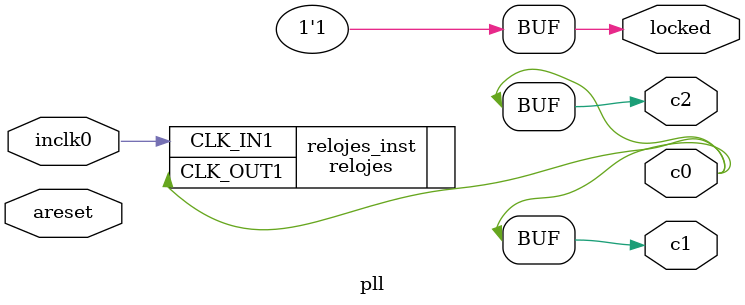
<source format=v>
module pll (
	areset,
	inclk0,
	c0,
	c1,
	c2,
	locked
);
	input wire areset;
	input wire inclk0;
	output wire c0;
	output wire c1;
	output wire c2;
	output wire locked;
	assign locked = 1'b1;
	relojes relojes_inst(
		.CLK_IN1(inclk0),
		.CLK_OUT1(c0)
	);
	assign c1 = c0;
	assign c2 = c0;
endmodule

</source>
